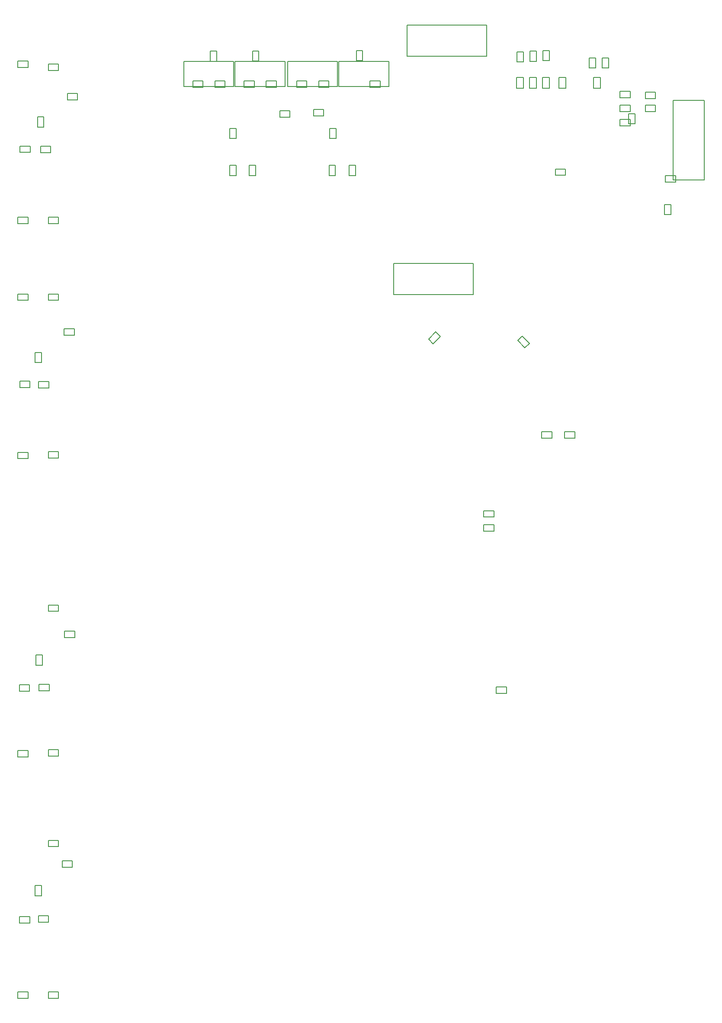
<source format=gbr>
%TF.GenerationSoftware,Altium Limited,Altium Designer,21.6.4 (81)*%
G04 Layer_Color=32896*
%FSLAX43Y43*%
%MOMM*%
%TF.SameCoordinates,A962B9D3-E780-4B03-8A10-E236CC36F35F*%
%TF.FilePolarity,Positive*%
%TF.FileFunction,Other,Mechanical_12*%
%TF.Part,Single*%
G01*
G75*
%TA.AperFunction,NonConductor*%
%ADD139C,0.200*%
%ADD142C,0.150*%
D139*
X182320Y186975D02*
X183670D01*
X182320Y184875D02*
Y186975D01*
Y184875D02*
X183670D01*
Y186975D01*
X127430Y169783D02*
X128680D01*
Y167783D02*
Y169783D01*
X127430Y167783D02*
X128680D01*
X127430D02*
Y169783D01*
X194800Y186950D02*
X196150D01*
X194800Y184850D02*
Y186950D01*
Y184850D02*
X196150D01*
Y186950D01*
X199985Y177505D02*
X201985D01*
Y178755D01*
X199985D02*
X201985D01*
X199985Y177505D02*
Y178755D01*
X200013Y184272D02*
X202013D01*
X200013Y183022D02*
Y184272D01*
Y183022D02*
X202013D01*
Y184272D01*
X208888Y166497D02*
Y167747D01*
X210888D01*
Y166497D02*
Y167747D01*
X208888Y166497D02*
X210888D01*
X200012Y181522D02*
X202012D01*
X200012Y180272D02*
Y181522D01*
Y180272D02*
X202012D01*
Y181522D01*
X204954Y182812D02*
X206954D01*
Y184062D01*
X204954D02*
X206954D01*
X204954Y182812D02*
Y184062D01*
Y180272D02*
Y181522D01*
X206954D01*
Y180272D02*
Y181522D01*
X204954Y180272D02*
X206954D01*
X188025Y186975D02*
X189375D01*
X188025Y184875D02*
Y186975D01*
Y184875D02*
X189375D01*
Y186975D01*
X162526Y135734D02*
X163410Y134850D01*
X162526Y135734D02*
X163940Y137148D01*
X164824Y136264D01*
X163410Y134850D02*
X164824Y136264D01*
X82125Y6760D02*
X84125D01*
Y8010D01*
X82125D02*
X84125D01*
X82125Y6760D02*
Y8010D01*
X88125Y6760D02*
Y8010D01*
X90125D01*
Y6760D02*
Y8010D01*
X88125Y6760D02*
X90125D01*
X82125Y53996D02*
X84125D01*
Y55246D01*
X82125D02*
X84125D01*
X82125Y53996D02*
Y55246D01*
X88125Y54123D02*
Y55373D01*
X90125D01*
Y54123D02*
Y55373D01*
X88125Y54123D02*
X90125D01*
X88125Y36397D02*
Y37647D01*
X90125D01*
Y36397D02*
Y37647D01*
X88125Y36397D02*
X90125D01*
X155670Y150600D02*
X171270D01*
Y144500D02*
Y150600D01*
X155670Y144500D02*
X171270D01*
X155670D02*
Y150600D01*
X158304Y191138D02*
Y197238D01*
Y191138D02*
X173904D01*
Y197238D01*
X158304D02*
X173904D01*
X134925Y190115D02*
X144705D01*
X134925Y185155D02*
Y190115D01*
Y185155D02*
X144705D01*
Y190115D01*
X114605D02*
X124385D01*
X114605Y185155D02*
Y190115D01*
Y185155D02*
X124385D01*
Y190115D01*
X144958D02*
X154738D01*
X144958Y185155D02*
Y190115D01*
Y185155D02*
X154738D01*
Y190115D01*
X124638D02*
X134418D01*
X124638Y185155D02*
Y190115D01*
Y185155D02*
X134418D01*
Y190115D01*
X216525Y166880D02*
Y182480D01*
X210425Y166880D02*
X216525D01*
X210425D02*
Y182480D01*
X216525D01*
X186210Y184875D02*
Y186975D01*
X184860Y184875D02*
X186210D01*
X184860D02*
Y186975D01*
X186210D01*
X179780D02*
X181130D01*
X179780Y184875D02*
Y186975D01*
Y184875D02*
X181130D01*
Y186975D01*
X82125Y158371D02*
Y159621D01*
X84125D01*
Y158371D02*
Y159621D01*
X82125Y158371D02*
X84125D01*
X88125D02*
Y159621D01*
X90125D01*
Y158371D02*
Y159621D01*
X88125Y158371D02*
X90125D01*
X141025Y185049D02*
Y186299D01*
X143025D01*
Y185049D02*
Y186299D01*
X141025Y185049D02*
X143025D01*
X120705D02*
Y186299D01*
X122705D01*
Y185049D02*
Y186299D01*
X120705Y185049D02*
X122705D01*
X136707Y186299D02*
X138707D01*
X136707Y185049D02*
Y186299D01*
Y185049D02*
X138707D01*
Y186299D01*
X116387D02*
X118387D01*
X116387Y185049D02*
Y186299D01*
Y185049D02*
X118387D01*
Y186299D01*
X119810Y192135D02*
X121060D01*
Y190135D02*
Y192135D01*
X119810Y190135D02*
X121060D01*
X119810D02*
Y192135D01*
X143178Y175022D02*
Y177022D01*
Y175022D02*
X144428D01*
Y177022D01*
X143178D02*
X144428D01*
X123637Y177005D02*
X124887D01*
Y175005D02*
Y177005D01*
X123637Y175005D02*
X124887D01*
X123637D02*
Y177005D01*
X151058Y186299D02*
X153058D01*
X151058Y185049D02*
Y186299D01*
Y185049D02*
X153058D01*
Y186299D01*
X130738D02*
X132738D01*
X130738Y185049D02*
Y186299D01*
Y185049D02*
X132738D01*
Y186299D01*
X143051Y167783D02*
Y169783D01*
Y167783D02*
X144301D01*
Y169783D01*
X143051D02*
X144301D01*
X123620D02*
X124870D01*
Y167783D02*
Y169783D01*
X123620Y167783D02*
X124870D01*
X123620D02*
Y169783D01*
X146988Y167783D02*
Y169783D01*
Y167783D02*
X148238D01*
Y169783D01*
X146988D02*
X148238D01*
X126420Y186299D02*
X128420D01*
X126420Y185049D02*
Y186299D01*
Y185049D02*
X128420D01*
Y186299D01*
X148385Y192262D02*
X149635D01*
Y190262D02*
Y192262D01*
X148385Y190262D02*
X149635D01*
X148385D02*
Y192262D01*
X128065Y192170D02*
X129315D01*
Y190170D02*
Y192170D01*
X128065Y190170D02*
X129315D01*
X128065D02*
Y192170D01*
X140009Y179461D02*
X142009D01*
Y180711D01*
X140009D02*
X142009D01*
X140009Y179461D02*
Y180711D01*
X133405Y179207D02*
X135405D01*
Y180457D01*
X133405D02*
X135405D01*
X133405Y179207D02*
Y180457D01*
X82123Y188956D02*
X84123D01*
Y190206D01*
X82123D02*
X84123D01*
X82123Y188956D02*
Y190206D01*
X173325Y100925D02*
X175325D01*
Y102175D01*
X173325D02*
X175325D01*
X173325Y100925D02*
Y102175D01*
X189175Y117625D02*
X191175D01*
X189175Y116375D02*
Y117625D01*
Y116375D02*
X191175D01*
Y117625D01*
X173320Y99425D02*
X175320D01*
X173320Y98175D02*
Y99425D01*
Y98175D02*
X175320D01*
Y99425D01*
X184650Y117625D02*
X186650D01*
X184650Y116375D02*
Y117625D01*
Y116375D02*
X186650D01*
Y117625D01*
X88125Y188331D02*
X90125D01*
Y189581D01*
X88125D02*
X90125D01*
X88125Y188331D02*
Y189581D01*
Y82465D02*
X90125D01*
Y83715D01*
X88125D02*
X90125D01*
X88125Y82465D02*
Y83715D01*
X82125Y112360D02*
Y113610D01*
X84125D01*
Y112360D02*
Y113610D01*
X82125Y112360D02*
X84125D01*
X88125Y112487D02*
X90125D01*
Y113737D01*
X88125D02*
X90125D01*
X88125Y112487D02*
Y113737D01*
X196515Y188825D02*
X197765D01*
X196515D02*
Y190825D01*
X197765D01*
Y188825D02*
Y190825D01*
X193975Y188825D02*
X195225D01*
X193975D02*
Y190825D01*
X195225D01*
Y188825D02*
Y190825D01*
X82125Y143343D02*
Y144593D01*
X84125D01*
Y143343D02*
Y144593D01*
X82125Y143343D02*
X84125D01*
X88125D02*
X90125D01*
Y144593D01*
X88125D02*
X90125D01*
X88125Y143343D02*
Y144593D01*
X179976Y135465D02*
X180860Y136349D01*
X182274Y134935D01*
X181390Y134051D02*
X182274Y134935D01*
X179976Y135465D02*
X181390Y134051D01*
D142*
X177800Y66450D02*
Y67700D01*
X175800D02*
X177800D01*
X175800Y66450D02*
Y67700D01*
Y66450D02*
X177800D01*
X201674Y179884D02*
X202924D01*
X201674Y177884D02*
Y179884D01*
Y177884D02*
X202924D01*
Y179884D01*
X208688Y162097D02*
X209938D01*
Y160097D02*
Y162097D01*
X208688Y160097D02*
X209938D01*
X208688D02*
Y162097D01*
X183620Y190128D02*
Y192128D01*
X182370D02*
X183620D01*
X182370Y190128D02*
Y192128D01*
Y190128D02*
X183620D01*
X85553Y133150D02*
X86803D01*
Y131150D02*
Y133150D01*
X85553Y131150D02*
X86803D01*
X85553D02*
Y133150D01*
X91185Y136520D02*
Y137770D01*
X93185D01*
Y136520D02*
Y137770D01*
X91185Y136520D02*
X93185D01*
X91825Y182593D02*
Y183843D01*
X93825D01*
Y182593D02*
Y183843D01*
X91825Y182593D02*
X93825D01*
X86000Y179273D02*
X87250D01*
Y177273D02*
Y179273D01*
X86000Y177273D02*
X87250D01*
X86000D02*
Y179273D01*
X91279Y77322D02*
Y78572D01*
X93279D01*
Y77322D02*
Y78572D01*
X91279Y77322D02*
X93279D01*
X85679Y73925D02*
X86929D01*
Y71925D02*
Y73925D01*
X85679Y71925D02*
X86929D01*
X85679D02*
Y73925D01*
X85500Y28775D02*
X86750D01*
Y26775D02*
Y28775D01*
X85500Y26775D02*
X86750D01*
X85500D02*
Y28775D01*
X90812Y32400D02*
Y33650D01*
X92812D01*
Y32400D02*
Y33650D01*
X90812Y32400D02*
X92812D01*
X184910Y190250D02*
X186160D01*
X184910D02*
Y192250D01*
X186160D01*
Y190250D02*
Y192250D01*
X181080Y190005D02*
Y192005D01*
X179830D02*
X181080D01*
X179830Y190005D02*
Y192005D01*
Y190005D02*
X181080D01*
X86577Y173475D02*
X88577D01*
X86577Y172225D02*
Y173475D01*
Y172225D02*
X88577D01*
Y173475D01*
X88283Y66950D02*
Y68200D01*
X86283Y66950D02*
X88283D01*
X86283D02*
Y68200D01*
X88283D01*
X82575Y173554D02*
X84575D01*
X82575Y172304D02*
Y173554D01*
Y172304D02*
X84575D01*
Y173554D01*
X82450Y68100D02*
X84450D01*
X82450Y66850D02*
Y68100D01*
Y66850D02*
X84450D01*
Y68100D01*
X187350Y169050D02*
X189350D01*
X187350Y167800D02*
Y169050D01*
Y167800D02*
X189350D01*
Y169050D01*
X88198Y126210D02*
Y127460D01*
X86198Y126210D02*
X88198D01*
X86198D02*
Y127460D01*
X88198D01*
X88175Y21600D02*
Y22850D01*
X86175Y21600D02*
X88175D01*
X86175D02*
Y22850D01*
X88175D01*
X82523Y127540D02*
X84523D01*
X82523Y126290D02*
Y127540D01*
Y126290D02*
X84523D01*
Y127540D01*
X82500Y22736D02*
X84500D01*
X82500Y21486D02*
Y22736D01*
Y21486D02*
X84500D01*
Y22736D01*
%TF.MD5,defde918ab1e891bd7ea5baa7bf444e1*%
M02*

</source>
